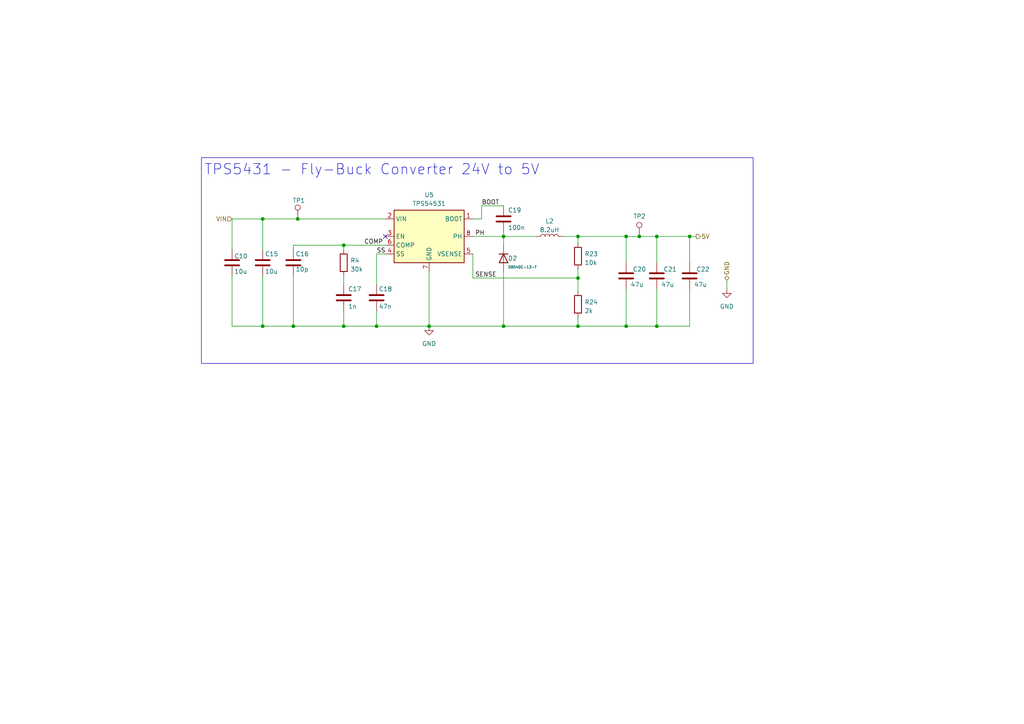
<source format=kicad_sch>
(kicad_sch (version 20250114) (generator "eeschema") (generator_version "9.0")
  (paper "A4")
  (lib_symbols
    (symbol "Connector:TestPoint" (pin_numbers (hide yes)) (pin_names (offset 0.762) (hide yes))
      (property "Reference" "TP" (at 0 6.858 0))
      (property "Value" "TestPoint" (at 0 5.08 0))
      (symbol "TestPoint_0_1"
        (circle (center 0 3.302) (radius 0.762))
      )
      (symbol "TestPoint_1_1"
        (pin passive line (at 0 0 90) (length 2.54) (name "1") (number "1"))
      )
    )
    (symbol "Device:C" (pin_numbers (hide yes)) (pin_names (offset 0.254))
      (property "Reference" "C" (at 0.635 2.54 0))
      (property "Value" "C" (at 0.635 -2.54 0))
      (symbol "C_0_1"
        (polyline (pts (xy -2.032 0.762) (xy 2.032 0.762)) (stroke (width 0.508)))
        (polyline (pts (xy -2.032 -0.762) (xy 2.032 -0.762)) (stroke (width 0.508)))
      )
      (symbol "C_1_1"
        (pin passive line (at 0 3.81 270) (length 2.794) (name "~") (number "1"))
        (pin passive line (at 0 -3.81 90) (length 2.794) (name "~") (number "2"))
      )
    )
    (symbol "Device:D" (pin_numbers (hide yes)) (pin_names (offset 1.016) (hide yes))
      (property "Reference" "D" (at 0 2.54 0))
      (property "Value" "D" (at 0 -2.54 0))
      (symbol "D_0_1"
        (polyline (pts (xy -1.27 1.27) (xy -1.27 -1.27)) (stroke (width 0.254)))
        (polyline (pts (xy 1.27 1.27) (xy 1.27 -1.27) (xy -1.27 0) (xy 1.27 1.27)) (stroke (width 0.254)))
        (polyline (pts (xy 1.27 0) (xy -1.27 0)))
      )
      (symbol "D_1_1"
        (pin passive line (at -3.81 0 0) (length 2.54) (name "K") (number "1"))
        (pin passive line (at 3.81 0 180) (length 2.54) (name "A") (number "2"))
      )
    )
    (symbol "Device:L" (pin_numbers (hide yes)) (pin_names (offset 1.016) (hide yes))
      (property "Reference" "L" (at -1.27 0 90))
      (property "Value" "L" (at 1.905 0 90))
      (symbol "L_0_1"
        (arc (start 0 2.54) (mid 0.6323 1.905) (end 0 1.27))
        (arc (start 0 1.27) (mid 0.6323 0.635) (end 0 0))
        (arc (start 0 0) (mid 0.6323 -0.635) (end 0 -1.27))
        (arc (start 0 -1.27) (mid 0.6323 -1.905) (end 0 -2.54))
      )
      (symbol "L_1_1"
        (pin passive line (at 0 3.81 270) (length 1.27) (name "1") (number "1"))
        (pin passive line (at 0 -3.81 90) (length 1.27) (name "2") (number "2"))
      )
    )
    (symbol "Device:R" (pin_numbers (hide yes)) (pin_names (offset 0))
      (property "Reference" "R" (at 2.032 0 90))
      (property "Value" "R" (at 0 0 90))
      (symbol "R_0_1"
        (rectangle (start -1.016 -2.54) (end 1.016 2.54) (stroke (width 0.254)))
      )
      (symbol "R_1_1"
        (pin passive line (at 0 3.81 270) (length 1.27) (name "~") (number "1"))
        (pin passive line (at 0 -3.81 90) (length 1.27) (name "~") (number "2"))
      )
    )
    (symbol "Regulator_Switching:TPS54560BDDA"
      (property "Reference" "U1" (at 0 12.065 0))
      (property "Value" "TPS54531" (at 0 9.525 0))
      (symbol "TPS54560BDDA_0_1"
        (rectangle (start -10.16 7.62) (end 10.16 -7.62) (stroke (width 0.254)) (fill (type background)))
      )
      (symbol "TPS54560BDDA_1_1"
        (pin power_in line (at -12.7 5.08 0) (length 2.54) (name "VIN") (number "2"))
        (pin input line (at -12.7 0 0) (length 2.54) (name "EN") (number "3"))
        (pin output line (at -12.7 -2.54 0) (length 2.54) (name "COMP") (number "6"))
        (pin passive line (at -12.7 -5.08 0) (length 2.54) (name "SS") (number "4"))
        (pin power_in line (at 0 -10.16 90) (length 2.54) (name "GND") (number "7"))
        (pin passive line (at 0 -10.16 90) (length 2.54) (hide yes) (name "GND") (number "9"))
        (pin passive line (at 12.7 5.08 180) (length 2.54) (name "BOOT") (number "1"))
        (pin power_out line (at 12.7 0 180) (length 2.54) (name "PH") (number "8"))
        (pin input line (at 12.7 -5.08 180) (length 2.54) (name "VSENSE") (number "5"))
      )
    )
    (symbol "power:GND" (power) (pin_names (offset 0))
      (property "Value" "GND" (at 0 -3.81 0))
      (symbol "GND_0_1"
        (polyline (pts (xy 0 0) (xy 0 -1.27) (xy 1.27 -1.27) (xy 0 -2.54) (xy -1.27 -1.27) (xy 0 -1.27)))
      )
      (symbol "GND_1_1"
        (pin power_in line (at 0 0 270) (length 0) (hide yes) (name "GND") (number "1"))
      )
    )
  )
  (rectangle (start 58.42 45.72) (end 218.44 105.41))
  (text "TPS5431 - Fly-Buck Converter 24V to 5V" (at 59.182 51.054 0) (effects (font (size 2.9972 2.9972)) (justify left bottom)))
  (junction (at 76.2 63.5))
  (junction (at 190.5 68.58))
  (junction (at 200.025 68.58))
  (junction (at 124.46 94.615))
  (junction (at 185.42 68.58))
  (junction (at 167.64 80.645))
  (junction (at 181.61 68.58))
  (junction (at 109.22 94.615))
  (junction (at 146.05 94.615))
  (junction (at 167.64 94.615))
  (junction (at 99.695 94.615))
  (junction (at 167.64 68.58))
  (junction (at 86.36 63.5))
  (junction (at 190.5 94.615))
  (junction (at 85.09 94.615))
  (junction (at 99.695 71.12))
  (junction (at 181.61 94.615))
  (junction (at 146.05 68.58))
  (junction (at 76.2 94.615))
  (no_connect (at 111.76 68.58))
  (wire (pts (xy 167.64 68.58) (xy 181.61 68.58)))
  (wire (pts (xy 109.22 73.66) (xy 111.76 73.66)))
  (wire (pts (xy 190.5 68.58) (xy 200.025 68.58)))
  (wire (pts (xy 190.5 76.2) (xy 190.5 68.58)))
  (wire (pts (xy 167.64 94.615) (xy 146.05 94.615)))
  (wire (pts (xy 99.695 71.12) (xy 85.09 71.12)))
  (wire (pts (xy 146.05 68.58) (xy 155.575 68.58)))
  (wire (pts (xy 76.2 80.01) (xy 76.2 94.615)))
  (wire (pts (xy 146.05 94.615) (xy 124.46 94.615)))
  (wire (pts (xy 124.46 78.74) (xy 124.46 94.615)))
  (wire (pts (xy 181.61 68.58) (xy 185.42 68.58)))
  (wire (pts (xy 99.695 82.55) (xy 99.695 80.01)))
  (wire (pts (xy 185.42 68.58) (xy 190.5 68.58)))
  (wire (pts (xy 190.5 94.615) (xy 200.025 94.615)))
  (wire (pts (xy 181.61 94.615) (xy 190.5 94.615)))
  (wire (pts (xy 146.05 71.12) (xy 146.05 68.58)))
  (wire (pts (xy 201.93 68.58) (xy 200.025 68.58)))
  (wire (pts (xy 86.36 63.5) (xy 111.76 63.5)))
  (wire (pts (xy 109.22 94.615) (xy 99.695 94.615)))
  (wire (pts (xy 67.31 94.615) (xy 76.2 94.615)))
  (wire (pts (xy 137.16 68.58) (xy 146.05 68.58)))
  (wire (pts (xy 76.2 94.615) (xy 85.09 94.615)))
  (wire (pts (xy 190.5 83.82) (xy 190.5 94.615)))
  (wire (pts (xy 76.2 63.5) (xy 86.36 63.5)))
  (wire (pts (xy 109.22 94.615) (xy 124.46 94.615)))
  (wire (pts (xy 99.695 72.39) (xy 99.695 71.12)))
  (wire (pts (xy 167.64 92.075) (xy 167.64 94.615)))
  (wire (pts (xy 99.695 71.12) (xy 111.76 71.12)))
  (wire (pts (xy 200.025 83.82) (xy 200.025 94.615)))
  (wire (pts (xy 109.22 90.17) (xy 109.22 94.615)))
  (wire (pts (xy 85.09 80.01) (xy 85.09 94.615)))
  (wire (pts (xy 146.05 78.74) (xy 146.05 94.615)))
  (wire (pts (xy 167.64 80.645) (xy 167.64 84.455)))
  (wire (pts (xy 200.025 76.2) (xy 200.025 68.58)))
  (wire (pts (xy 67.31 80.01) (xy 67.31 94.615)))
  (wire (pts (xy 76.2 63.5) (xy 76.2 72.39)))
  (wire (pts (xy 210.82 81.28) (xy 210.82 83.82)))
  (wire (pts (xy 181.61 76.2) (xy 181.61 68.58)))
  (wire (pts (xy 137.16 73.66) (xy 137.16 80.645)))
  (wire (pts (xy 85.09 94.615) (xy 99.695 94.615)))
  (wire (pts (xy 167.64 70.485) (xy 167.64 68.58)))
  (wire (pts (xy 181.61 94.615) (xy 167.64 94.615)))
  (wire (pts (xy 137.16 63.5) (xy 139.7 63.5)))
  (wire (pts (xy 139.7 59.69) (xy 146.05 59.69)))
  (wire (pts (xy 139.7 63.5) (xy 139.7 59.69)))
  (wire (pts (xy 137.16 80.645) (xy 167.64 80.645)))
  (wire (pts (xy 146.05 67.31) (xy 146.05 68.58)))
  (wire (pts (xy 167.64 68.58) (xy 163.195 68.58)))
  (wire (pts (xy 67.31 63.5) (xy 76.2 63.5)))
  (wire (pts (xy 67.31 72.39) (xy 67.31 63.5)))
  (wire (pts (xy 109.22 73.66) (xy 109.22 82.55)))
  (wire (pts (xy 99.695 94.615) (xy 99.695 90.17)))
  (wire (pts (xy 85.09 71.12) (xy 85.09 72.39)))
  (wire (pts (xy 167.64 78.105) (xy 167.64 80.645)))
  (wire (pts (xy 181.61 83.82) (xy 181.61 94.615)))
  (label "SS" (at 109.22 73.66 0))
  (label "COMP" (at 111.125 71.12 180))
  (label "BOOT" (at 139.7 59.69 0))
  (label "PH" (at 137.795 68.58 0))
  (label "SENSE" (at 137.795 80.645 0))
  (hierarchical_label "5V" (shape output) (at 201.93 68.58 0))
  (hierarchical_label "VIN" (shape input) (at 67.31 63.5 180))
  (hierarchical_label "GND" (shape bidirectional) (at 210.82 81.28 90))
  (symbol (lib_id "power:GND") (at 210.82 83.82 0) (unit 1)
    (property "Reference" "#PWR039" (effects (hide yes)))
    (property "Value" "GND" (at 210.82 88.9 0))
  )
  (symbol (lib_id "Connector:TestPoint") (at 185.42 68.58 0) (unit 1)
    (property "Reference" "TP2" (at 183.642 62.738 0) (effects (justify left)))
    (property "Value" "TestPoint" (effects (hide yes)))
    (property "Description" "test point" (effects (hide yes)))
  )
  (symbol (lib_id "Device:C") (at 146.05 63.5 0) (unit 1)
    (property "Reference" "C19" (at 147.32 60.96 0) (effects (justify left)))
    (property "Value" "100n" (at 147.32 66.04 0) (effects (justify left)))
    (property "Footprint" "Capacitor_SMD:C_0402_1005Metric" (effects (hide yes)))
    (property "LCSC Part #" "C1525" (effects (hide yes)))
  )
  (symbol (lib_id "Device:C") (at 85.09 76.2 0) (unit 1)
    (property "Reference" "C16" (at 85.725 73.66 0) (effects (justify left)))
    (property "Value" "10p" (at 85.725 78.105 0) (effects (justify left)))
    (property "Footprint" "Capacitor_SMD:C_0603_1608Metric" (effects (hide yes)))
    (property "LCSC Part #" "C1634" (effects (hide yes)))
  )
  (symbol (lib_id "Device:L") (at 159.385 68.58 90) (unit 1)
    (property "Reference" "L2" (at 159.385 64.135 90))
    (property "Value" "8.2uH" (at 159.385 66.675 90))
    (property "Footprint" "Inductor_SMD:L_6.3x6.3_H3" (effects (hide yes)))
    (property "LCSC Part #" "C506576" (effects (hide yes)))
  )
  (symbol (lib_id "Regulator_Switching:TPS54560BDDA") (at 124.46 68.58 0) (unit 1)
    (property "Reference" "U5" (at 124.46 56.515 0))
    (property "Value" "TPS54531" (at 124.46 59.055 0))
    (property "Footprint" "Package_SO:SOIC-8-1EP_3.9x4.9mm_P1.27mm_EP2.62x3.51mm_ThermalVias" (effects (hide yes)))
    (property "Datasheet" "https://www.ti.com/lit/ds/symlink/tps54560b.pdf" (effects (hide yes)))
    (property "LCSC Part #" "C50605" (effects (hide yes)))
  )
  (symbol (lib_id "Device:C") (at 67.31 76.2 0) (unit 1)
    (property "Reference" "C10" (at 67.945 74.295 0) (effects (justify left)))
    (property "Value" "10u" (at 67.945 78.74 0) (effects (justify left)))
    (property "Footprint" "Capacitor_SMD:C_1210_3225Metric" (effects (hide yes)))
    (property "LCSC Part #" "C77102" (effects (hide yes)))
  )
  (symbol (lib_id "Device:C") (at 190.5 80.01 0) (unit 1)
    (property "Reference" "C21" (at 192.405 78.105 0) (effects (justify left)))
    (property "Value" "47u" (at 191.77 82.55 0) (effects (justify left)))
    (property "Footprint" "Capacitor_SMD:C_1210_3225Metric" (effects (hide yes)))
    (property "LCSC Part#" "C77101" (effects (hide yes)))
  )
  (symbol (lib_id "Device:C") (at 76.2 76.2 0) (unit 1)
    (property "Reference" "C15" (at 76.835 73.66 0) (effects (justify left)))
    (property "Value" "10u" (at 76.835 78.74 0) (effects (justify left)))
    (property "Footprint" "Capacitor_SMD:C_1210_3225Metric" (effects (hide yes)))
    (property "LCSC Part #" "C77102" (effects (hide yes)))
  )
  (symbol (lib_id "Connector:TestPoint") (at 86.36 63.5 0) (unit 1)
    (property "Reference" "TP1" (at 84.836 58.166 0) (effects (justify left)))
    (property "Value" "TestPoint" (effects (hide yes)))
    (property "Description" "test point" (effects (hide yes)))
  )
  (symbol (lib_id "Device:R") (at 99.695 76.2 0) (unit 1)
    (property "Reference" "R4" (at 101.6 75.565 0) (effects (justify left)))
    (property "Value" "30k" (at 101.6 78.105 0) (effects (justify left)))
    (property "Footprint" "Resistor_SMD:R_0603_1608Metric" (effects (hide yes)))
    (property "LCSC Part #" "C22984" (effects (hide yes)))
  )
  (symbol (lib_id "Device:C") (at 109.22 86.36 0) (unit 1)
    (property "Reference" "C18" (at 109.855 83.82 0) (effects (justify left)))
    (property "Value" "47n" (at 109.855 88.9 0) (effects (justify left)))
    (property "Footprint" "Capacitor_SMD:C_0603_1608Metric" (effects (hide yes)))
    (property "LCSC Part #" "C1622" (effects (hide yes)))
  )
  (symbol (lib_id "Device:D") (at 146.05 74.93 270) (unit 1)
    (property "Reference" "D2" (at 147.32 74.93 90) (effects (justify left)))
    (property "Value" "DB540C-13-F" (at 147.32 77.47 90) (effects (font (size 0.75 0.75)) (justify left)))
    (property "Footprint" "Diode_SMD:D_SMC" (effects (hide yes)))
    (property "Sim.Device" "D" (effects (hide yes)))
    (property "Sim.Pins" "1=K 2=A" (effects (hide yes)))
    (property "LCSC Part #" "C72264" (effects (hide yes)))
  )
  (symbol (lib_id "Device:C") (at 99.695 86.36 0) (unit 1)
    (property "Reference" "C17" (at 100.965 83.82 0) (effects (justify left)))
    (property "Value" "1n" (at 100.965 88.9 0) (effects (justify left)))
    (property "Footprint" "Capacitor_SMD:C_0603_1608Metric" (effects (hide yes)))
    (property "LCSC Part #" "C1588" (effects (hide yes)))
  )
  (symbol (lib_id "power:GND") (at 124.46 94.615 0) (unit 1)
    (property "Reference" "#PWR010" (effects (hide yes)))
    (property "Value" "GND" (at 124.46 99.695 0))
  )
  (symbol (lib_id "Device:R") (at 167.64 74.295 0) (unit 1)
    (property "Reference" "R23" (at 169.545 73.66 0) (effects (justify left)))
    (property "Value" "10k" (at 169.545 76.2 0) (effects (justify left)))
    (property "Footprint" "Resistor_SMD:R_0603_1608Metric" (effects (hide yes)))
    (property "LCSC Part #" "C25804" (effects (hide yes)))
  )
  (symbol (lib_id "Device:C") (at 200.025 80.01 0) (unit 1)
    (property "Reference" "C22" (at 201.93 78.105 0) (effects (justify left)))
    (property "Value" "47u" (at 201.295 82.55 0) (effects (justify left)))
    (property "Footprint" "Capacitor_SMD:C_1210_3225Metric" (effects (hide yes)))
    (property "LCSC Part#" "C77101" (effects (hide yes)))
  )
  (symbol (lib_id "Device:C") (at 181.61 80.01 0) (unit 1)
    (property "Reference" "C20" (at 183.515 78.105 0) (effects (justify left)))
    (property "Value" "47u" (at 182.88 82.55 0) (effects (justify left)))
    (property "Footprint" "Capacitor_SMD:C_1210_3225Metric" (effects (hide yes)))
    (property "LCSC Part#" "C77101" (effects (hide yes)))
  )
  (symbol (lib_id "Device:R") (at 167.64 88.265 0) (unit 1)
    (property "Reference" "R24" (at 169.545 87.63 0) (effects (justify left)))
    (property "Value" "2k" (at 169.545 90.17 0) (effects (justify left)))
    (property "Footprint" "Resistor_SMD:R_0603_1608Metric" (effects (hide yes)))
    (property "LCSC Part #" "C22975" (effects (hide yes)))
  )
)
</source>
